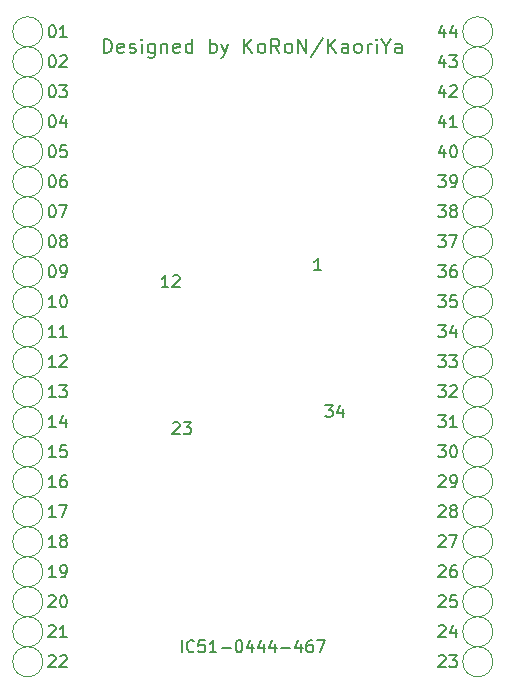
<source format=gbr>
%TF.GenerationSoftware,KiCad,Pcbnew,(5.1.9)-1*%
%TF.CreationDate,2021-03-20T14:40:21+09:00*%
%TF.ProjectId,converter_IC51-0444-467,636f6e76-6572-4746-9572-5f494335312d,1*%
%TF.SameCoordinates,Original*%
%TF.FileFunction,Legend,Top*%
%TF.FilePolarity,Positive*%
%FSLAX46Y46*%
G04 Gerber Fmt 4.6, Leading zero omitted, Abs format (unit mm)*
G04 Created by KiCad (PCBNEW (5.1.9)-1) date 2021-03-20 14:40:21*
%MOMM*%
%LPD*%
G01*
G04 APERTURE LIST*
%ADD10C,0.150000*%
%ADD11C,0.180000*%
%ADD12C,0.120000*%
G04 APERTURE END LIST*
D10*
X143976190Y-125852380D02*
X143976190Y-124852380D01*
X145023809Y-125757142D02*
X144976190Y-125804761D01*
X144833333Y-125852380D01*
X144738095Y-125852380D01*
X144595238Y-125804761D01*
X144500000Y-125709523D01*
X144452380Y-125614285D01*
X144404761Y-125423809D01*
X144404761Y-125280952D01*
X144452380Y-125090476D01*
X144500000Y-124995238D01*
X144595238Y-124900000D01*
X144738095Y-124852380D01*
X144833333Y-124852380D01*
X144976190Y-124900000D01*
X145023809Y-124947619D01*
X145928571Y-124852380D02*
X145452380Y-124852380D01*
X145404761Y-125328571D01*
X145452380Y-125280952D01*
X145547619Y-125233333D01*
X145785714Y-125233333D01*
X145880952Y-125280952D01*
X145928571Y-125328571D01*
X145976190Y-125423809D01*
X145976190Y-125661904D01*
X145928571Y-125757142D01*
X145880952Y-125804761D01*
X145785714Y-125852380D01*
X145547619Y-125852380D01*
X145452380Y-125804761D01*
X145404761Y-125757142D01*
X146928571Y-125852380D02*
X146357142Y-125852380D01*
X146642857Y-125852380D02*
X146642857Y-124852380D01*
X146547619Y-124995238D01*
X146452380Y-125090476D01*
X146357142Y-125138095D01*
X147357142Y-125471428D02*
X148119047Y-125471428D01*
X148785714Y-124852380D02*
X148880952Y-124852380D01*
X148976190Y-124900000D01*
X149023809Y-124947619D01*
X149071428Y-125042857D01*
X149119047Y-125233333D01*
X149119047Y-125471428D01*
X149071428Y-125661904D01*
X149023809Y-125757142D01*
X148976190Y-125804761D01*
X148880952Y-125852380D01*
X148785714Y-125852380D01*
X148690476Y-125804761D01*
X148642857Y-125757142D01*
X148595238Y-125661904D01*
X148547619Y-125471428D01*
X148547619Y-125233333D01*
X148595238Y-125042857D01*
X148642857Y-124947619D01*
X148690476Y-124900000D01*
X148785714Y-124852380D01*
X149976190Y-125185714D02*
X149976190Y-125852380D01*
X149738095Y-124804761D02*
X149500000Y-125519047D01*
X150119047Y-125519047D01*
X150928571Y-125185714D02*
X150928571Y-125852380D01*
X150690476Y-124804761D02*
X150452380Y-125519047D01*
X151071428Y-125519047D01*
X151880952Y-125185714D02*
X151880952Y-125852380D01*
X151642857Y-124804761D02*
X151404761Y-125519047D01*
X152023809Y-125519047D01*
X152404761Y-125471428D02*
X153166666Y-125471428D01*
X154071428Y-125185714D02*
X154071428Y-125852380D01*
X153833333Y-124804761D02*
X153595238Y-125519047D01*
X154214285Y-125519047D01*
X155023809Y-124852380D02*
X154833333Y-124852380D01*
X154738095Y-124900000D01*
X154690476Y-124947619D01*
X154595238Y-125090476D01*
X154547619Y-125280952D01*
X154547619Y-125661904D01*
X154595238Y-125757142D01*
X154642857Y-125804761D01*
X154738095Y-125852380D01*
X154928571Y-125852380D01*
X155023809Y-125804761D01*
X155071428Y-125757142D01*
X155119047Y-125661904D01*
X155119047Y-125423809D01*
X155071428Y-125328571D01*
X155023809Y-125280952D01*
X154928571Y-125233333D01*
X154738095Y-125233333D01*
X154642857Y-125280952D01*
X154595238Y-125328571D01*
X154547619Y-125423809D01*
X155452380Y-124852380D02*
X156119047Y-124852380D01*
X155690476Y-125852380D01*
D11*
X137400000Y-75142857D02*
X137400000Y-73942857D01*
X137685714Y-73942857D01*
X137857142Y-74000000D01*
X137971428Y-74114285D01*
X138028571Y-74228571D01*
X138085714Y-74457142D01*
X138085714Y-74628571D01*
X138028571Y-74857142D01*
X137971428Y-74971428D01*
X137857142Y-75085714D01*
X137685714Y-75142857D01*
X137400000Y-75142857D01*
X139057142Y-75085714D02*
X138942857Y-75142857D01*
X138714285Y-75142857D01*
X138600000Y-75085714D01*
X138542857Y-74971428D01*
X138542857Y-74514285D01*
X138600000Y-74400000D01*
X138714285Y-74342857D01*
X138942857Y-74342857D01*
X139057142Y-74400000D01*
X139114285Y-74514285D01*
X139114285Y-74628571D01*
X138542857Y-74742857D01*
X139571428Y-75085714D02*
X139685714Y-75142857D01*
X139914285Y-75142857D01*
X140028571Y-75085714D01*
X140085714Y-74971428D01*
X140085714Y-74914285D01*
X140028571Y-74800000D01*
X139914285Y-74742857D01*
X139742857Y-74742857D01*
X139628571Y-74685714D01*
X139571428Y-74571428D01*
X139571428Y-74514285D01*
X139628571Y-74400000D01*
X139742857Y-74342857D01*
X139914285Y-74342857D01*
X140028571Y-74400000D01*
X140600000Y-75142857D02*
X140600000Y-74342857D01*
X140600000Y-73942857D02*
X140542857Y-74000000D01*
X140600000Y-74057142D01*
X140657142Y-74000000D01*
X140600000Y-73942857D01*
X140600000Y-74057142D01*
X141685714Y-74342857D02*
X141685714Y-75314285D01*
X141628571Y-75428571D01*
X141571428Y-75485714D01*
X141457142Y-75542857D01*
X141285714Y-75542857D01*
X141171428Y-75485714D01*
X141685714Y-75085714D02*
X141571428Y-75142857D01*
X141342857Y-75142857D01*
X141228571Y-75085714D01*
X141171428Y-75028571D01*
X141114285Y-74914285D01*
X141114285Y-74571428D01*
X141171428Y-74457142D01*
X141228571Y-74400000D01*
X141342857Y-74342857D01*
X141571428Y-74342857D01*
X141685714Y-74400000D01*
X142257142Y-74342857D02*
X142257142Y-75142857D01*
X142257142Y-74457142D02*
X142314285Y-74400000D01*
X142428571Y-74342857D01*
X142600000Y-74342857D01*
X142714285Y-74400000D01*
X142771428Y-74514285D01*
X142771428Y-75142857D01*
X143800000Y-75085714D02*
X143685714Y-75142857D01*
X143457142Y-75142857D01*
X143342857Y-75085714D01*
X143285714Y-74971428D01*
X143285714Y-74514285D01*
X143342857Y-74400000D01*
X143457142Y-74342857D01*
X143685714Y-74342857D01*
X143800000Y-74400000D01*
X143857142Y-74514285D01*
X143857142Y-74628571D01*
X143285714Y-74742857D01*
X144885714Y-75142857D02*
X144885714Y-73942857D01*
X144885714Y-75085714D02*
X144771428Y-75142857D01*
X144542857Y-75142857D01*
X144428571Y-75085714D01*
X144371428Y-75028571D01*
X144314285Y-74914285D01*
X144314285Y-74571428D01*
X144371428Y-74457142D01*
X144428571Y-74400000D01*
X144542857Y-74342857D01*
X144771428Y-74342857D01*
X144885714Y-74400000D01*
X146371428Y-75142857D02*
X146371428Y-73942857D01*
X146371428Y-74400000D02*
X146485714Y-74342857D01*
X146714285Y-74342857D01*
X146828571Y-74400000D01*
X146885714Y-74457142D01*
X146942857Y-74571428D01*
X146942857Y-74914285D01*
X146885714Y-75028571D01*
X146828571Y-75085714D01*
X146714285Y-75142857D01*
X146485714Y-75142857D01*
X146371428Y-75085714D01*
X147342857Y-74342857D02*
X147628571Y-75142857D01*
X147914285Y-74342857D02*
X147628571Y-75142857D01*
X147514285Y-75428571D01*
X147457142Y-75485714D01*
X147342857Y-75542857D01*
X149285714Y-75142857D02*
X149285714Y-73942857D01*
X149971428Y-75142857D02*
X149457142Y-74457142D01*
X149971428Y-73942857D02*
X149285714Y-74628571D01*
X150657142Y-75142857D02*
X150542857Y-75085714D01*
X150485714Y-75028571D01*
X150428571Y-74914285D01*
X150428571Y-74571428D01*
X150485714Y-74457142D01*
X150542857Y-74400000D01*
X150657142Y-74342857D01*
X150828571Y-74342857D01*
X150942857Y-74400000D01*
X151000000Y-74457142D01*
X151057142Y-74571428D01*
X151057142Y-74914285D01*
X151000000Y-75028571D01*
X150942857Y-75085714D01*
X150828571Y-75142857D01*
X150657142Y-75142857D01*
X152257142Y-75142857D02*
X151857142Y-74571428D01*
X151571428Y-75142857D02*
X151571428Y-73942857D01*
X152028571Y-73942857D01*
X152142857Y-74000000D01*
X152200000Y-74057142D01*
X152257142Y-74171428D01*
X152257142Y-74342857D01*
X152200000Y-74457142D01*
X152142857Y-74514285D01*
X152028571Y-74571428D01*
X151571428Y-74571428D01*
X152942857Y-75142857D02*
X152828571Y-75085714D01*
X152771428Y-75028571D01*
X152714285Y-74914285D01*
X152714285Y-74571428D01*
X152771428Y-74457142D01*
X152828571Y-74400000D01*
X152942857Y-74342857D01*
X153114285Y-74342857D01*
X153228571Y-74400000D01*
X153285714Y-74457142D01*
X153342857Y-74571428D01*
X153342857Y-74914285D01*
X153285714Y-75028571D01*
X153228571Y-75085714D01*
X153114285Y-75142857D01*
X152942857Y-75142857D01*
X153857142Y-75142857D02*
X153857142Y-73942857D01*
X154542857Y-75142857D01*
X154542857Y-73942857D01*
X155971428Y-73885714D02*
X154942857Y-75428571D01*
X156371428Y-75142857D02*
X156371428Y-73942857D01*
X157057142Y-75142857D02*
X156542857Y-74457142D01*
X157057142Y-73942857D02*
X156371428Y-74628571D01*
X158085714Y-75142857D02*
X158085714Y-74514285D01*
X158028571Y-74400000D01*
X157914285Y-74342857D01*
X157685714Y-74342857D01*
X157571428Y-74400000D01*
X158085714Y-75085714D02*
X157971428Y-75142857D01*
X157685714Y-75142857D01*
X157571428Y-75085714D01*
X157514285Y-74971428D01*
X157514285Y-74857142D01*
X157571428Y-74742857D01*
X157685714Y-74685714D01*
X157971428Y-74685714D01*
X158085714Y-74628571D01*
X158828571Y-75142857D02*
X158714285Y-75085714D01*
X158657142Y-75028571D01*
X158600000Y-74914285D01*
X158600000Y-74571428D01*
X158657142Y-74457142D01*
X158714285Y-74400000D01*
X158828571Y-74342857D01*
X159000000Y-74342857D01*
X159114285Y-74400000D01*
X159171428Y-74457142D01*
X159228571Y-74571428D01*
X159228571Y-74914285D01*
X159171428Y-75028571D01*
X159114285Y-75085714D01*
X159000000Y-75142857D01*
X158828571Y-75142857D01*
X159742857Y-75142857D02*
X159742857Y-74342857D01*
X159742857Y-74571428D02*
X159800000Y-74457142D01*
X159857142Y-74400000D01*
X159971428Y-74342857D01*
X160085714Y-74342857D01*
X160485714Y-75142857D02*
X160485714Y-74342857D01*
X160485714Y-73942857D02*
X160428571Y-74000000D01*
X160485714Y-74057142D01*
X160542857Y-74000000D01*
X160485714Y-73942857D01*
X160485714Y-74057142D01*
X161285714Y-74571428D02*
X161285714Y-75142857D01*
X160885714Y-73942857D02*
X161285714Y-74571428D01*
X161685714Y-73942857D01*
X162600000Y-75142857D02*
X162600000Y-74514285D01*
X162542857Y-74400000D01*
X162428571Y-74342857D01*
X162200000Y-74342857D01*
X162085714Y-74400000D01*
X162600000Y-75085714D02*
X162485714Y-75142857D01*
X162200000Y-75142857D01*
X162085714Y-75085714D01*
X162028571Y-74971428D01*
X162028571Y-74857142D01*
X162085714Y-74742857D01*
X162200000Y-74685714D01*
X162485714Y-74685714D01*
X162600000Y-74628571D01*
D12*
%TO.C,J3*%
X170320000Y-73330000D02*
G75*
G03*
X170320000Y-73330000I-1270000J0D01*
G01*
X170320000Y-75870000D02*
G75*
G03*
X170320000Y-75870000I-1270000J0D01*
G01*
X170320000Y-78410000D02*
G75*
G03*
X170320000Y-78410000I-1270000J0D01*
G01*
X170320000Y-80950000D02*
G75*
G03*
X170320000Y-80950000I-1270000J0D01*
G01*
X170320000Y-83490000D02*
G75*
G03*
X170320000Y-83490000I-1270000J0D01*
G01*
X170320000Y-86030000D02*
G75*
G03*
X170320000Y-86030000I-1270000J0D01*
G01*
X170320000Y-88570000D02*
G75*
G03*
X170320000Y-88570000I-1270000J0D01*
G01*
X170320000Y-91110000D02*
G75*
G03*
X170320000Y-91110000I-1270000J0D01*
G01*
X170320000Y-93650000D02*
G75*
G03*
X170320000Y-93650000I-1270000J0D01*
G01*
X170320000Y-96190000D02*
G75*
G03*
X170320000Y-96190000I-1270000J0D01*
G01*
X170320000Y-98730000D02*
G75*
G03*
X170320000Y-98730000I-1270000J0D01*
G01*
X170320000Y-101270000D02*
G75*
G03*
X170320000Y-101270000I-1270000J0D01*
G01*
X170320000Y-103810000D02*
G75*
G03*
X170320000Y-103810000I-1270000J0D01*
G01*
X170320000Y-106350000D02*
G75*
G03*
X170320000Y-106350000I-1270000J0D01*
G01*
X170320000Y-108890000D02*
G75*
G03*
X170320000Y-108890000I-1270000J0D01*
G01*
X170320000Y-111430000D02*
G75*
G03*
X170320000Y-111430000I-1270000J0D01*
G01*
X170320000Y-113970000D02*
G75*
G03*
X170320000Y-113970000I-1270000J0D01*
G01*
X170320000Y-116510000D02*
G75*
G03*
X170320000Y-116510000I-1270000J0D01*
G01*
X170320000Y-119050000D02*
G75*
G03*
X170320000Y-119050000I-1270000J0D01*
G01*
X170320000Y-121590000D02*
G75*
G03*
X170320000Y-121590000I-1270000J0D01*
G01*
X170320000Y-124130000D02*
G75*
G03*
X170320000Y-124130000I-1270000J0D01*
G01*
X170320000Y-126670000D02*
G75*
G03*
X170320000Y-126670000I-1270000J0D01*
G01*
%TO.C,J2*%
X132220000Y-126670000D02*
G75*
G03*
X132220000Y-126670000I-1270000J0D01*
G01*
X132220000Y-124130000D02*
G75*
G03*
X132220000Y-124130000I-1270000J0D01*
G01*
X132220000Y-121590000D02*
G75*
G03*
X132220000Y-121590000I-1270000J0D01*
G01*
X132220000Y-119050000D02*
G75*
G03*
X132220000Y-119050000I-1270000J0D01*
G01*
X132220000Y-116510000D02*
G75*
G03*
X132220000Y-116510000I-1270000J0D01*
G01*
X132220000Y-113970000D02*
G75*
G03*
X132220000Y-113970000I-1270000J0D01*
G01*
X132220000Y-111430000D02*
G75*
G03*
X132220000Y-111430000I-1270000J0D01*
G01*
X132220000Y-108890000D02*
G75*
G03*
X132220000Y-108890000I-1270000J0D01*
G01*
X132220000Y-106350000D02*
G75*
G03*
X132220000Y-106350000I-1270000J0D01*
G01*
X132220000Y-103810000D02*
G75*
G03*
X132220000Y-103810000I-1270000J0D01*
G01*
X132220000Y-101270000D02*
G75*
G03*
X132220000Y-101270000I-1270000J0D01*
G01*
X132220000Y-98730000D02*
G75*
G03*
X132220000Y-98730000I-1270000J0D01*
G01*
X132220000Y-96190000D02*
G75*
G03*
X132220000Y-96190000I-1270000J0D01*
G01*
X132220000Y-93650000D02*
G75*
G03*
X132220000Y-93650000I-1270000J0D01*
G01*
X132220000Y-91110000D02*
G75*
G03*
X132220000Y-91110000I-1270000J0D01*
G01*
X132220000Y-88570000D02*
G75*
G03*
X132220000Y-88570000I-1270000J0D01*
G01*
X132220000Y-86030000D02*
G75*
G03*
X132220000Y-86030000I-1270000J0D01*
G01*
X132220000Y-83490000D02*
G75*
G03*
X132220000Y-83490000I-1270000J0D01*
G01*
X132220000Y-80950000D02*
G75*
G03*
X132220000Y-80950000I-1270000J0D01*
G01*
X132220000Y-78410000D02*
G75*
G03*
X132220000Y-78410000I-1270000J0D01*
G01*
X132220000Y-75870000D02*
G75*
G03*
X132220000Y-75870000I-1270000J0D01*
G01*
X132220000Y-73330000D02*
G75*
G03*
X132220000Y-73330000I-1270000J0D01*
G01*
%TO.C,J1*%
D10*
X156140476Y-104952380D02*
X156759523Y-104952380D01*
X156426190Y-105333333D01*
X156569047Y-105333333D01*
X156664285Y-105380952D01*
X156711904Y-105428571D01*
X156759523Y-105523809D01*
X156759523Y-105761904D01*
X156711904Y-105857142D01*
X156664285Y-105904761D01*
X156569047Y-105952380D01*
X156283333Y-105952380D01*
X156188095Y-105904761D01*
X156140476Y-105857142D01*
X157616666Y-105285714D02*
X157616666Y-105952380D01*
X157378571Y-104904761D02*
X157140476Y-105619047D01*
X157759523Y-105619047D01*
X143238095Y-106497619D02*
X143285714Y-106450000D01*
X143380952Y-106402380D01*
X143619047Y-106402380D01*
X143714285Y-106450000D01*
X143761904Y-106497619D01*
X143809523Y-106592857D01*
X143809523Y-106688095D01*
X143761904Y-106830952D01*
X143190476Y-107402380D01*
X143809523Y-107402380D01*
X144142857Y-106402380D02*
X144761904Y-106402380D01*
X144428571Y-106783333D01*
X144571428Y-106783333D01*
X144666666Y-106830952D01*
X144714285Y-106878571D01*
X144761904Y-106973809D01*
X144761904Y-107211904D01*
X144714285Y-107307142D01*
X144666666Y-107354761D01*
X144571428Y-107402380D01*
X144285714Y-107402380D01*
X144190476Y-107354761D01*
X144142857Y-107307142D01*
X142859523Y-94952380D02*
X142288095Y-94952380D01*
X142573809Y-94952380D02*
X142573809Y-93952380D01*
X142478571Y-94095238D01*
X142383333Y-94190476D01*
X142288095Y-94238095D01*
X143240476Y-94047619D02*
X143288095Y-94000000D01*
X143383333Y-93952380D01*
X143621428Y-93952380D01*
X143716666Y-94000000D01*
X143764285Y-94047619D01*
X143811904Y-94142857D01*
X143811904Y-94238095D01*
X143764285Y-94380952D01*
X143192857Y-94952380D01*
X143811904Y-94952380D01*
X155785714Y-93502380D02*
X155214285Y-93502380D01*
X155500000Y-93502380D02*
X155500000Y-92502380D01*
X155404761Y-92645238D01*
X155309523Y-92740476D01*
X155214285Y-92788095D01*
%TO.C,J3*%
X165748095Y-126217619D02*
X165795714Y-126170000D01*
X165890952Y-126122380D01*
X166129047Y-126122380D01*
X166224285Y-126170000D01*
X166271904Y-126217619D01*
X166319523Y-126312857D01*
X166319523Y-126408095D01*
X166271904Y-126550952D01*
X165700476Y-127122380D01*
X166319523Y-127122380D01*
X166652857Y-126122380D02*
X167271904Y-126122380D01*
X166938571Y-126503333D01*
X167081428Y-126503333D01*
X167176666Y-126550952D01*
X167224285Y-126598571D01*
X167271904Y-126693809D01*
X167271904Y-126931904D01*
X167224285Y-127027142D01*
X167176666Y-127074761D01*
X167081428Y-127122380D01*
X166795714Y-127122380D01*
X166700476Y-127074761D01*
X166652857Y-127027142D01*
X165748095Y-123677619D02*
X165795714Y-123630000D01*
X165890952Y-123582380D01*
X166129047Y-123582380D01*
X166224285Y-123630000D01*
X166271904Y-123677619D01*
X166319523Y-123772857D01*
X166319523Y-123868095D01*
X166271904Y-124010952D01*
X165700476Y-124582380D01*
X166319523Y-124582380D01*
X167176666Y-123915714D02*
X167176666Y-124582380D01*
X166938571Y-123534761D02*
X166700476Y-124249047D01*
X167319523Y-124249047D01*
X165748095Y-121137619D02*
X165795714Y-121090000D01*
X165890952Y-121042380D01*
X166129047Y-121042380D01*
X166224285Y-121090000D01*
X166271904Y-121137619D01*
X166319523Y-121232857D01*
X166319523Y-121328095D01*
X166271904Y-121470952D01*
X165700476Y-122042380D01*
X166319523Y-122042380D01*
X167224285Y-121042380D02*
X166748095Y-121042380D01*
X166700476Y-121518571D01*
X166748095Y-121470952D01*
X166843333Y-121423333D01*
X167081428Y-121423333D01*
X167176666Y-121470952D01*
X167224285Y-121518571D01*
X167271904Y-121613809D01*
X167271904Y-121851904D01*
X167224285Y-121947142D01*
X167176666Y-121994761D01*
X167081428Y-122042380D01*
X166843333Y-122042380D01*
X166748095Y-121994761D01*
X166700476Y-121947142D01*
X165748095Y-118597619D02*
X165795714Y-118550000D01*
X165890952Y-118502380D01*
X166129047Y-118502380D01*
X166224285Y-118550000D01*
X166271904Y-118597619D01*
X166319523Y-118692857D01*
X166319523Y-118788095D01*
X166271904Y-118930952D01*
X165700476Y-119502380D01*
X166319523Y-119502380D01*
X167176666Y-118502380D02*
X166986190Y-118502380D01*
X166890952Y-118550000D01*
X166843333Y-118597619D01*
X166748095Y-118740476D01*
X166700476Y-118930952D01*
X166700476Y-119311904D01*
X166748095Y-119407142D01*
X166795714Y-119454761D01*
X166890952Y-119502380D01*
X167081428Y-119502380D01*
X167176666Y-119454761D01*
X167224285Y-119407142D01*
X167271904Y-119311904D01*
X167271904Y-119073809D01*
X167224285Y-118978571D01*
X167176666Y-118930952D01*
X167081428Y-118883333D01*
X166890952Y-118883333D01*
X166795714Y-118930952D01*
X166748095Y-118978571D01*
X166700476Y-119073809D01*
X165748095Y-116057619D02*
X165795714Y-116010000D01*
X165890952Y-115962380D01*
X166129047Y-115962380D01*
X166224285Y-116010000D01*
X166271904Y-116057619D01*
X166319523Y-116152857D01*
X166319523Y-116248095D01*
X166271904Y-116390952D01*
X165700476Y-116962380D01*
X166319523Y-116962380D01*
X166652857Y-115962380D02*
X167319523Y-115962380D01*
X166890952Y-116962380D01*
X165748095Y-113517619D02*
X165795714Y-113470000D01*
X165890952Y-113422380D01*
X166129047Y-113422380D01*
X166224285Y-113470000D01*
X166271904Y-113517619D01*
X166319523Y-113612857D01*
X166319523Y-113708095D01*
X166271904Y-113850952D01*
X165700476Y-114422380D01*
X166319523Y-114422380D01*
X166890952Y-113850952D02*
X166795714Y-113803333D01*
X166748095Y-113755714D01*
X166700476Y-113660476D01*
X166700476Y-113612857D01*
X166748095Y-113517619D01*
X166795714Y-113470000D01*
X166890952Y-113422380D01*
X167081428Y-113422380D01*
X167176666Y-113470000D01*
X167224285Y-113517619D01*
X167271904Y-113612857D01*
X167271904Y-113660476D01*
X167224285Y-113755714D01*
X167176666Y-113803333D01*
X167081428Y-113850952D01*
X166890952Y-113850952D01*
X166795714Y-113898571D01*
X166748095Y-113946190D01*
X166700476Y-114041428D01*
X166700476Y-114231904D01*
X166748095Y-114327142D01*
X166795714Y-114374761D01*
X166890952Y-114422380D01*
X167081428Y-114422380D01*
X167176666Y-114374761D01*
X167224285Y-114327142D01*
X167271904Y-114231904D01*
X167271904Y-114041428D01*
X167224285Y-113946190D01*
X167176666Y-113898571D01*
X167081428Y-113850952D01*
X165748095Y-110977619D02*
X165795714Y-110930000D01*
X165890952Y-110882380D01*
X166129047Y-110882380D01*
X166224285Y-110930000D01*
X166271904Y-110977619D01*
X166319523Y-111072857D01*
X166319523Y-111168095D01*
X166271904Y-111310952D01*
X165700476Y-111882380D01*
X166319523Y-111882380D01*
X166795714Y-111882380D02*
X166986190Y-111882380D01*
X167081428Y-111834761D01*
X167129047Y-111787142D01*
X167224285Y-111644285D01*
X167271904Y-111453809D01*
X167271904Y-111072857D01*
X167224285Y-110977619D01*
X167176666Y-110930000D01*
X167081428Y-110882380D01*
X166890952Y-110882380D01*
X166795714Y-110930000D01*
X166748095Y-110977619D01*
X166700476Y-111072857D01*
X166700476Y-111310952D01*
X166748095Y-111406190D01*
X166795714Y-111453809D01*
X166890952Y-111501428D01*
X167081428Y-111501428D01*
X167176666Y-111453809D01*
X167224285Y-111406190D01*
X167271904Y-111310952D01*
X165700476Y-108342380D02*
X166319523Y-108342380D01*
X165986190Y-108723333D01*
X166129047Y-108723333D01*
X166224285Y-108770952D01*
X166271904Y-108818571D01*
X166319523Y-108913809D01*
X166319523Y-109151904D01*
X166271904Y-109247142D01*
X166224285Y-109294761D01*
X166129047Y-109342380D01*
X165843333Y-109342380D01*
X165748095Y-109294761D01*
X165700476Y-109247142D01*
X166938571Y-108342380D02*
X167033809Y-108342380D01*
X167129047Y-108390000D01*
X167176666Y-108437619D01*
X167224285Y-108532857D01*
X167271904Y-108723333D01*
X167271904Y-108961428D01*
X167224285Y-109151904D01*
X167176666Y-109247142D01*
X167129047Y-109294761D01*
X167033809Y-109342380D01*
X166938571Y-109342380D01*
X166843333Y-109294761D01*
X166795714Y-109247142D01*
X166748095Y-109151904D01*
X166700476Y-108961428D01*
X166700476Y-108723333D01*
X166748095Y-108532857D01*
X166795714Y-108437619D01*
X166843333Y-108390000D01*
X166938571Y-108342380D01*
X165700476Y-105802380D02*
X166319523Y-105802380D01*
X165986190Y-106183333D01*
X166129047Y-106183333D01*
X166224285Y-106230952D01*
X166271904Y-106278571D01*
X166319523Y-106373809D01*
X166319523Y-106611904D01*
X166271904Y-106707142D01*
X166224285Y-106754761D01*
X166129047Y-106802380D01*
X165843333Y-106802380D01*
X165748095Y-106754761D01*
X165700476Y-106707142D01*
X167271904Y-106802380D02*
X166700476Y-106802380D01*
X166986190Y-106802380D02*
X166986190Y-105802380D01*
X166890952Y-105945238D01*
X166795714Y-106040476D01*
X166700476Y-106088095D01*
X165700476Y-103262380D02*
X166319523Y-103262380D01*
X165986190Y-103643333D01*
X166129047Y-103643333D01*
X166224285Y-103690952D01*
X166271904Y-103738571D01*
X166319523Y-103833809D01*
X166319523Y-104071904D01*
X166271904Y-104167142D01*
X166224285Y-104214761D01*
X166129047Y-104262380D01*
X165843333Y-104262380D01*
X165748095Y-104214761D01*
X165700476Y-104167142D01*
X166700476Y-103357619D02*
X166748095Y-103310000D01*
X166843333Y-103262380D01*
X167081428Y-103262380D01*
X167176666Y-103310000D01*
X167224285Y-103357619D01*
X167271904Y-103452857D01*
X167271904Y-103548095D01*
X167224285Y-103690952D01*
X166652857Y-104262380D01*
X167271904Y-104262380D01*
X165700476Y-100722380D02*
X166319523Y-100722380D01*
X165986190Y-101103333D01*
X166129047Y-101103333D01*
X166224285Y-101150952D01*
X166271904Y-101198571D01*
X166319523Y-101293809D01*
X166319523Y-101531904D01*
X166271904Y-101627142D01*
X166224285Y-101674761D01*
X166129047Y-101722380D01*
X165843333Y-101722380D01*
X165748095Y-101674761D01*
X165700476Y-101627142D01*
X166652857Y-100722380D02*
X167271904Y-100722380D01*
X166938571Y-101103333D01*
X167081428Y-101103333D01*
X167176666Y-101150952D01*
X167224285Y-101198571D01*
X167271904Y-101293809D01*
X167271904Y-101531904D01*
X167224285Y-101627142D01*
X167176666Y-101674761D01*
X167081428Y-101722380D01*
X166795714Y-101722380D01*
X166700476Y-101674761D01*
X166652857Y-101627142D01*
X165700476Y-98182380D02*
X166319523Y-98182380D01*
X165986190Y-98563333D01*
X166129047Y-98563333D01*
X166224285Y-98610952D01*
X166271904Y-98658571D01*
X166319523Y-98753809D01*
X166319523Y-98991904D01*
X166271904Y-99087142D01*
X166224285Y-99134761D01*
X166129047Y-99182380D01*
X165843333Y-99182380D01*
X165748095Y-99134761D01*
X165700476Y-99087142D01*
X167176666Y-98515714D02*
X167176666Y-99182380D01*
X166938571Y-98134761D02*
X166700476Y-98849047D01*
X167319523Y-98849047D01*
X165700476Y-95642380D02*
X166319523Y-95642380D01*
X165986190Y-96023333D01*
X166129047Y-96023333D01*
X166224285Y-96070952D01*
X166271904Y-96118571D01*
X166319523Y-96213809D01*
X166319523Y-96451904D01*
X166271904Y-96547142D01*
X166224285Y-96594761D01*
X166129047Y-96642380D01*
X165843333Y-96642380D01*
X165748095Y-96594761D01*
X165700476Y-96547142D01*
X167224285Y-95642380D02*
X166748095Y-95642380D01*
X166700476Y-96118571D01*
X166748095Y-96070952D01*
X166843333Y-96023333D01*
X167081428Y-96023333D01*
X167176666Y-96070952D01*
X167224285Y-96118571D01*
X167271904Y-96213809D01*
X167271904Y-96451904D01*
X167224285Y-96547142D01*
X167176666Y-96594761D01*
X167081428Y-96642380D01*
X166843333Y-96642380D01*
X166748095Y-96594761D01*
X166700476Y-96547142D01*
X165700476Y-93102380D02*
X166319523Y-93102380D01*
X165986190Y-93483333D01*
X166129047Y-93483333D01*
X166224285Y-93530952D01*
X166271904Y-93578571D01*
X166319523Y-93673809D01*
X166319523Y-93911904D01*
X166271904Y-94007142D01*
X166224285Y-94054761D01*
X166129047Y-94102380D01*
X165843333Y-94102380D01*
X165748095Y-94054761D01*
X165700476Y-94007142D01*
X167176666Y-93102380D02*
X166986190Y-93102380D01*
X166890952Y-93150000D01*
X166843333Y-93197619D01*
X166748095Y-93340476D01*
X166700476Y-93530952D01*
X166700476Y-93911904D01*
X166748095Y-94007142D01*
X166795714Y-94054761D01*
X166890952Y-94102380D01*
X167081428Y-94102380D01*
X167176666Y-94054761D01*
X167224285Y-94007142D01*
X167271904Y-93911904D01*
X167271904Y-93673809D01*
X167224285Y-93578571D01*
X167176666Y-93530952D01*
X167081428Y-93483333D01*
X166890952Y-93483333D01*
X166795714Y-93530952D01*
X166748095Y-93578571D01*
X166700476Y-93673809D01*
X165700476Y-90562380D02*
X166319523Y-90562380D01*
X165986190Y-90943333D01*
X166129047Y-90943333D01*
X166224285Y-90990952D01*
X166271904Y-91038571D01*
X166319523Y-91133809D01*
X166319523Y-91371904D01*
X166271904Y-91467142D01*
X166224285Y-91514761D01*
X166129047Y-91562380D01*
X165843333Y-91562380D01*
X165748095Y-91514761D01*
X165700476Y-91467142D01*
X166652857Y-90562380D02*
X167319523Y-90562380D01*
X166890952Y-91562380D01*
X165700476Y-88022380D02*
X166319523Y-88022380D01*
X165986190Y-88403333D01*
X166129047Y-88403333D01*
X166224285Y-88450952D01*
X166271904Y-88498571D01*
X166319523Y-88593809D01*
X166319523Y-88831904D01*
X166271904Y-88927142D01*
X166224285Y-88974761D01*
X166129047Y-89022380D01*
X165843333Y-89022380D01*
X165748095Y-88974761D01*
X165700476Y-88927142D01*
X166890952Y-88450952D02*
X166795714Y-88403333D01*
X166748095Y-88355714D01*
X166700476Y-88260476D01*
X166700476Y-88212857D01*
X166748095Y-88117619D01*
X166795714Y-88070000D01*
X166890952Y-88022380D01*
X167081428Y-88022380D01*
X167176666Y-88070000D01*
X167224285Y-88117619D01*
X167271904Y-88212857D01*
X167271904Y-88260476D01*
X167224285Y-88355714D01*
X167176666Y-88403333D01*
X167081428Y-88450952D01*
X166890952Y-88450952D01*
X166795714Y-88498571D01*
X166748095Y-88546190D01*
X166700476Y-88641428D01*
X166700476Y-88831904D01*
X166748095Y-88927142D01*
X166795714Y-88974761D01*
X166890952Y-89022380D01*
X167081428Y-89022380D01*
X167176666Y-88974761D01*
X167224285Y-88927142D01*
X167271904Y-88831904D01*
X167271904Y-88641428D01*
X167224285Y-88546190D01*
X167176666Y-88498571D01*
X167081428Y-88450952D01*
X165700476Y-85482380D02*
X166319523Y-85482380D01*
X165986190Y-85863333D01*
X166129047Y-85863333D01*
X166224285Y-85910952D01*
X166271904Y-85958571D01*
X166319523Y-86053809D01*
X166319523Y-86291904D01*
X166271904Y-86387142D01*
X166224285Y-86434761D01*
X166129047Y-86482380D01*
X165843333Y-86482380D01*
X165748095Y-86434761D01*
X165700476Y-86387142D01*
X166795714Y-86482380D02*
X166986190Y-86482380D01*
X167081428Y-86434761D01*
X167129047Y-86387142D01*
X167224285Y-86244285D01*
X167271904Y-86053809D01*
X167271904Y-85672857D01*
X167224285Y-85577619D01*
X167176666Y-85530000D01*
X167081428Y-85482380D01*
X166890952Y-85482380D01*
X166795714Y-85530000D01*
X166748095Y-85577619D01*
X166700476Y-85672857D01*
X166700476Y-85910952D01*
X166748095Y-86006190D01*
X166795714Y-86053809D01*
X166890952Y-86101428D01*
X167081428Y-86101428D01*
X167176666Y-86053809D01*
X167224285Y-86006190D01*
X167271904Y-85910952D01*
X166224285Y-83275714D02*
X166224285Y-83942380D01*
X165986190Y-82894761D02*
X165748095Y-83609047D01*
X166367142Y-83609047D01*
X166938571Y-82942380D02*
X167033809Y-82942380D01*
X167129047Y-82990000D01*
X167176666Y-83037619D01*
X167224285Y-83132857D01*
X167271904Y-83323333D01*
X167271904Y-83561428D01*
X167224285Y-83751904D01*
X167176666Y-83847142D01*
X167129047Y-83894761D01*
X167033809Y-83942380D01*
X166938571Y-83942380D01*
X166843333Y-83894761D01*
X166795714Y-83847142D01*
X166748095Y-83751904D01*
X166700476Y-83561428D01*
X166700476Y-83323333D01*
X166748095Y-83132857D01*
X166795714Y-83037619D01*
X166843333Y-82990000D01*
X166938571Y-82942380D01*
X166224285Y-80735714D02*
X166224285Y-81402380D01*
X165986190Y-80354761D02*
X165748095Y-81069047D01*
X166367142Y-81069047D01*
X167271904Y-81402380D02*
X166700476Y-81402380D01*
X166986190Y-81402380D02*
X166986190Y-80402380D01*
X166890952Y-80545238D01*
X166795714Y-80640476D01*
X166700476Y-80688095D01*
X166224285Y-78195714D02*
X166224285Y-78862380D01*
X165986190Y-77814761D02*
X165748095Y-78529047D01*
X166367142Y-78529047D01*
X166700476Y-77957619D02*
X166748095Y-77910000D01*
X166843333Y-77862380D01*
X167081428Y-77862380D01*
X167176666Y-77910000D01*
X167224285Y-77957619D01*
X167271904Y-78052857D01*
X167271904Y-78148095D01*
X167224285Y-78290952D01*
X166652857Y-78862380D01*
X167271904Y-78862380D01*
X166224285Y-75655714D02*
X166224285Y-76322380D01*
X165986190Y-75274761D02*
X165748095Y-75989047D01*
X166367142Y-75989047D01*
X166652857Y-75322380D02*
X167271904Y-75322380D01*
X166938571Y-75703333D01*
X167081428Y-75703333D01*
X167176666Y-75750952D01*
X167224285Y-75798571D01*
X167271904Y-75893809D01*
X167271904Y-76131904D01*
X167224285Y-76227142D01*
X167176666Y-76274761D01*
X167081428Y-76322380D01*
X166795714Y-76322380D01*
X166700476Y-76274761D01*
X166652857Y-76227142D01*
X166224285Y-73115714D02*
X166224285Y-73782380D01*
X165986190Y-72734761D02*
X165748095Y-73449047D01*
X166367142Y-73449047D01*
X167176666Y-73115714D02*
X167176666Y-73782380D01*
X166938571Y-72734761D02*
X166700476Y-73449047D01*
X167319523Y-73449047D01*
%TO.C,J2*%
X132728095Y-121137619D02*
X132775714Y-121090000D01*
X132870952Y-121042380D01*
X133109047Y-121042380D01*
X133204285Y-121090000D01*
X133251904Y-121137619D01*
X133299523Y-121232857D01*
X133299523Y-121328095D01*
X133251904Y-121470952D01*
X132680476Y-122042380D01*
X133299523Y-122042380D01*
X133918571Y-121042380D02*
X134013809Y-121042380D01*
X134109047Y-121090000D01*
X134156666Y-121137619D01*
X134204285Y-121232857D01*
X134251904Y-121423333D01*
X134251904Y-121661428D01*
X134204285Y-121851904D01*
X134156666Y-121947142D01*
X134109047Y-121994761D01*
X134013809Y-122042380D01*
X133918571Y-122042380D01*
X133823333Y-121994761D01*
X133775714Y-121947142D01*
X133728095Y-121851904D01*
X133680476Y-121661428D01*
X133680476Y-121423333D01*
X133728095Y-121232857D01*
X133775714Y-121137619D01*
X133823333Y-121090000D01*
X133918571Y-121042380D01*
X132728095Y-126217619D02*
X132775714Y-126170000D01*
X132870952Y-126122380D01*
X133109047Y-126122380D01*
X133204285Y-126170000D01*
X133251904Y-126217619D01*
X133299523Y-126312857D01*
X133299523Y-126408095D01*
X133251904Y-126550952D01*
X132680476Y-127122380D01*
X133299523Y-127122380D01*
X133680476Y-126217619D02*
X133728095Y-126170000D01*
X133823333Y-126122380D01*
X134061428Y-126122380D01*
X134156666Y-126170000D01*
X134204285Y-126217619D01*
X134251904Y-126312857D01*
X134251904Y-126408095D01*
X134204285Y-126550952D01*
X133632857Y-127122380D01*
X134251904Y-127122380D01*
X132728095Y-123677619D02*
X132775714Y-123630000D01*
X132870952Y-123582380D01*
X133109047Y-123582380D01*
X133204285Y-123630000D01*
X133251904Y-123677619D01*
X133299523Y-123772857D01*
X133299523Y-123868095D01*
X133251904Y-124010952D01*
X132680476Y-124582380D01*
X133299523Y-124582380D01*
X134251904Y-124582380D02*
X133680476Y-124582380D01*
X133966190Y-124582380D02*
X133966190Y-123582380D01*
X133870952Y-123725238D01*
X133775714Y-123820476D01*
X133680476Y-123868095D01*
X133299523Y-119502380D02*
X132728095Y-119502380D01*
X133013809Y-119502380D02*
X133013809Y-118502380D01*
X132918571Y-118645238D01*
X132823333Y-118740476D01*
X132728095Y-118788095D01*
X133775714Y-119502380D02*
X133966190Y-119502380D01*
X134061428Y-119454761D01*
X134109047Y-119407142D01*
X134204285Y-119264285D01*
X134251904Y-119073809D01*
X134251904Y-118692857D01*
X134204285Y-118597619D01*
X134156666Y-118550000D01*
X134061428Y-118502380D01*
X133870952Y-118502380D01*
X133775714Y-118550000D01*
X133728095Y-118597619D01*
X133680476Y-118692857D01*
X133680476Y-118930952D01*
X133728095Y-119026190D01*
X133775714Y-119073809D01*
X133870952Y-119121428D01*
X134061428Y-119121428D01*
X134156666Y-119073809D01*
X134204285Y-119026190D01*
X134251904Y-118930952D01*
X133299523Y-116962380D02*
X132728095Y-116962380D01*
X133013809Y-116962380D02*
X133013809Y-115962380D01*
X132918571Y-116105238D01*
X132823333Y-116200476D01*
X132728095Y-116248095D01*
X133870952Y-116390952D02*
X133775714Y-116343333D01*
X133728095Y-116295714D01*
X133680476Y-116200476D01*
X133680476Y-116152857D01*
X133728095Y-116057619D01*
X133775714Y-116010000D01*
X133870952Y-115962380D01*
X134061428Y-115962380D01*
X134156666Y-116010000D01*
X134204285Y-116057619D01*
X134251904Y-116152857D01*
X134251904Y-116200476D01*
X134204285Y-116295714D01*
X134156666Y-116343333D01*
X134061428Y-116390952D01*
X133870952Y-116390952D01*
X133775714Y-116438571D01*
X133728095Y-116486190D01*
X133680476Y-116581428D01*
X133680476Y-116771904D01*
X133728095Y-116867142D01*
X133775714Y-116914761D01*
X133870952Y-116962380D01*
X134061428Y-116962380D01*
X134156666Y-116914761D01*
X134204285Y-116867142D01*
X134251904Y-116771904D01*
X134251904Y-116581428D01*
X134204285Y-116486190D01*
X134156666Y-116438571D01*
X134061428Y-116390952D01*
X133299523Y-114422380D02*
X132728095Y-114422380D01*
X133013809Y-114422380D02*
X133013809Y-113422380D01*
X132918571Y-113565238D01*
X132823333Y-113660476D01*
X132728095Y-113708095D01*
X133632857Y-113422380D02*
X134299523Y-113422380D01*
X133870952Y-114422380D01*
X133299523Y-111882380D02*
X132728095Y-111882380D01*
X133013809Y-111882380D02*
X133013809Y-110882380D01*
X132918571Y-111025238D01*
X132823333Y-111120476D01*
X132728095Y-111168095D01*
X134156666Y-110882380D02*
X133966190Y-110882380D01*
X133870952Y-110930000D01*
X133823333Y-110977619D01*
X133728095Y-111120476D01*
X133680476Y-111310952D01*
X133680476Y-111691904D01*
X133728095Y-111787142D01*
X133775714Y-111834761D01*
X133870952Y-111882380D01*
X134061428Y-111882380D01*
X134156666Y-111834761D01*
X134204285Y-111787142D01*
X134251904Y-111691904D01*
X134251904Y-111453809D01*
X134204285Y-111358571D01*
X134156666Y-111310952D01*
X134061428Y-111263333D01*
X133870952Y-111263333D01*
X133775714Y-111310952D01*
X133728095Y-111358571D01*
X133680476Y-111453809D01*
X133299523Y-109342380D02*
X132728095Y-109342380D01*
X133013809Y-109342380D02*
X133013809Y-108342380D01*
X132918571Y-108485238D01*
X132823333Y-108580476D01*
X132728095Y-108628095D01*
X134204285Y-108342380D02*
X133728095Y-108342380D01*
X133680476Y-108818571D01*
X133728095Y-108770952D01*
X133823333Y-108723333D01*
X134061428Y-108723333D01*
X134156666Y-108770952D01*
X134204285Y-108818571D01*
X134251904Y-108913809D01*
X134251904Y-109151904D01*
X134204285Y-109247142D01*
X134156666Y-109294761D01*
X134061428Y-109342380D01*
X133823333Y-109342380D01*
X133728095Y-109294761D01*
X133680476Y-109247142D01*
X133299523Y-106802380D02*
X132728095Y-106802380D01*
X133013809Y-106802380D02*
X133013809Y-105802380D01*
X132918571Y-105945238D01*
X132823333Y-106040476D01*
X132728095Y-106088095D01*
X134156666Y-106135714D02*
X134156666Y-106802380D01*
X133918571Y-105754761D02*
X133680476Y-106469047D01*
X134299523Y-106469047D01*
X133299523Y-104262380D02*
X132728095Y-104262380D01*
X133013809Y-104262380D02*
X133013809Y-103262380D01*
X132918571Y-103405238D01*
X132823333Y-103500476D01*
X132728095Y-103548095D01*
X133632857Y-103262380D02*
X134251904Y-103262380D01*
X133918571Y-103643333D01*
X134061428Y-103643333D01*
X134156666Y-103690952D01*
X134204285Y-103738571D01*
X134251904Y-103833809D01*
X134251904Y-104071904D01*
X134204285Y-104167142D01*
X134156666Y-104214761D01*
X134061428Y-104262380D01*
X133775714Y-104262380D01*
X133680476Y-104214761D01*
X133632857Y-104167142D01*
X133299523Y-101722380D02*
X132728095Y-101722380D01*
X133013809Y-101722380D02*
X133013809Y-100722380D01*
X132918571Y-100865238D01*
X132823333Y-100960476D01*
X132728095Y-101008095D01*
X133680476Y-100817619D02*
X133728095Y-100770000D01*
X133823333Y-100722380D01*
X134061428Y-100722380D01*
X134156666Y-100770000D01*
X134204285Y-100817619D01*
X134251904Y-100912857D01*
X134251904Y-101008095D01*
X134204285Y-101150952D01*
X133632857Y-101722380D01*
X134251904Y-101722380D01*
X133299523Y-99182380D02*
X132728095Y-99182380D01*
X133013809Y-99182380D02*
X133013809Y-98182380D01*
X132918571Y-98325238D01*
X132823333Y-98420476D01*
X132728095Y-98468095D01*
X134251904Y-99182380D02*
X133680476Y-99182380D01*
X133966190Y-99182380D02*
X133966190Y-98182380D01*
X133870952Y-98325238D01*
X133775714Y-98420476D01*
X133680476Y-98468095D01*
X133299523Y-96642380D02*
X132728095Y-96642380D01*
X133013809Y-96642380D02*
X133013809Y-95642380D01*
X132918571Y-95785238D01*
X132823333Y-95880476D01*
X132728095Y-95928095D01*
X133918571Y-95642380D02*
X134013809Y-95642380D01*
X134109047Y-95690000D01*
X134156666Y-95737619D01*
X134204285Y-95832857D01*
X134251904Y-96023333D01*
X134251904Y-96261428D01*
X134204285Y-96451904D01*
X134156666Y-96547142D01*
X134109047Y-96594761D01*
X134013809Y-96642380D01*
X133918571Y-96642380D01*
X133823333Y-96594761D01*
X133775714Y-96547142D01*
X133728095Y-96451904D01*
X133680476Y-96261428D01*
X133680476Y-96023333D01*
X133728095Y-95832857D01*
X133775714Y-95737619D01*
X133823333Y-95690000D01*
X133918571Y-95642380D01*
X132966190Y-93102380D02*
X133061428Y-93102380D01*
X133156666Y-93150000D01*
X133204285Y-93197619D01*
X133251904Y-93292857D01*
X133299523Y-93483333D01*
X133299523Y-93721428D01*
X133251904Y-93911904D01*
X133204285Y-94007142D01*
X133156666Y-94054761D01*
X133061428Y-94102380D01*
X132966190Y-94102380D01*
X132870952Y-94054761D01*
X132823333Y-94007142D01*
X132775714Y-93911904D01*
X132728095Y-93721428D01*
X132728095Y-93483333D01*
X132775714Y-93292857D01*
X132823333Y-93197619D01*
X132870952Y-93150000D01*
X132966190Y-93102380D01*
X133775714Y-94102380D02*
X133966190Y-94102380D01*
X134061428Y-94054761D01*
X134109047Y-94007142D01*
X134204285Y-93864285D01*
X134251904Y-93673809D01*
X134251904Y-93292857D01*
X134204285Y-93197619D01*
X134156666Y-93150000D01*
X134061428Y-93102380D01*
X133870952Y-93102380D01*
X133775714Y-93150000D01*
X133728095Y-93197619D01*
X133680476Y-93292857D01*
X133680476Y-93530952D01*
X133728095Y-93626190D01*
X133775714Y-93673809D01*
X133870952Y-93721428D01*
X134061428Y-93721428D01*
X134156666Y-93673809D01*
X134204285Y-93626190D01*
X134251904Y-93530952D01*
X132966190Y-90562380D02*
X133061428Y-90562380D01*
X133156666Y-90610000D01*
X133204285Y-90657619D01*
X133251904Y-90752857D01*
X133299523Y-90943333D01*
X133299523Y-91181428D01*
X133251904Y-91371904D01*
X133204285Y-91467142D01*
X133156666Y-91514761D01*
X133061428Y-91562380D01*
X132966190Y-91562380D01*
X132870952Y-91514761D01*
X132823333Y-91467142D01*
X132775714Y-91371904D01*
X132728095Y-91181428D01*
X132728095Y-90943333D01*
X132775714Y-90752857D01*
X132823333Y-90657619D01*
X132870952Y-90610000D01*
X132966190Y-90562380D01*
X133870952Y-90990952D02*
X133775714Y-90943333D01*
X133728095Y-90895714D01*
X133680476Y-90800476D01*
X133680476Y-90752857D01*
X133728095Y-90657619D01*
X133775714Y-90610000D01*
X133870952Y-90562380D01*
X134061428Y-90562380D01*
X134156666Y-90610000D01*
X134204285Y-90657619D01*
X134251904Y-90752857D01*
X134251904Y-90800476D01*
X134204285Y-90895714D01*
X134156666Y-90943333D01*
X134061428Y-90990952D01*
X133870952Y-90990952D01*
X133775714Y-91038571D01*
X133728095Y-91086190D01*
X133680476Y-91181428D01*
X133680476Y-91371904D01*
X133728095Y-91467142D01*
X133775714Y-91514761D01*
X133870952Y-91562380D01*
X134061428Y-91562380D01*
X134156666Y-91514761D01*
X134204285Y-91467142D01*
X134251904Y-91371904D01*
X134251904Y-91181428D01*
X134204285Y-91086190D01*
X134156666Y-91038571D01*
X134061428Y-90990952D01*
X132966190Y-88022380D02*
X133061428Y-88022380D01*
X133156666Y-88070000D01*
X133204285Y-88117619D01*
X133251904Y-88212857D01*
X133299523Y-88403333D01*
X133299523Y-88641428D01*
X133251904Y-88831904D01*
X133204285Y-88927142D01*
X133156666Y-88974761D01*
X133061428Y-89022380D01*
X132966190Y-89022380D01*
X132870952Y-88974761D01*
X132823333Y-88927142D01*
X132775714Y-88831904D01*
X132728095Y-88641428D01*
X132728095Y-88403333D01*
X132775714Y-88212857D01*
X132823333Y-88117619D01*
X132870952Y-88070000D01*
X132966190Y-88022380D01*
X133632857Y-88022380D02*
X134299523Y-88022380D01*
X133870952Y-89022380D01*
X132966190Y-85482380D02*
X133061428Y-85482380D01*
X133156666Y-85530000D01*
X133204285Y-85577619D01*
X133251904Y-85672857D01*
X133299523Y-85863333D01*
X133299523Y-86101428D01*
X133251904Y-86291904D01*
X133204285Y-86387142D01*
X133156666Y-86434761D01*
X133061428Y-86482380D01*
X132966190Y-86482380D01*
X132870952Y-86434761D01*
X132823333Y-86387142D01*
X132775714Y-86291904D01*
X132728095Y-86101428D01*
X132728095Y-85863333D01*
X132775714Y-85672857D01*
X132823333Y-85577619D01*
X132870952Y-85530000D01*
X132966190Y-85482380D01*
X134156666Y-85482380D02*
X133966190Y-85482380D01*
X133870952Y-85530000D01*
X133823333Y-85577619D01*
X133728095Y-85720476D01*
X133680476Y-85910952D01*
X133680476Y-86291904D01*
X133728095Y-86387142D01*
X133775714Y-86434761D01*
X133870952Y-86482380D01*
X134061428Y-86482380D01*
X134156666Y-86434761D01*
X134204285Y-86387142D01*
X134251904Y-86291904D01*
X134251904Y-86053809D01*
X134204285Y-85958571D01*
X134156666Y-85910952D01*
X134061428Y-85863333D01*
X133870952Y-85863333D01*
X133775714Y-85910952D01*
X133728095Y-85958571D01*
X133680476Y-86053809D01*
X132966190Y-82942380D02*
X133061428Y-82942380D01*
X133156666Y-82990000D01*
X133204285Y-83037619D01*
X133251904Y-83132857D01*
X133299523Y-83323333D01*
X133299523Y-83561428D01*
X133251904Y-83751904D01*
X133204285Y-83847142D01*
X133156666Y-83894761D01*
X133061428Y-83942380D01*
X132966190Y-83942380D01*
X132870952Y-83894761D01*
X132823333Y-83847142D01*
X132775714Y-83751904D01*
X132728095Y-83561428D01*
X132728095Y-83323333D01*
X132775714Y-83132857D01*
X132823333Y-83037619D01*
X132870952Y-82990000D01*
X132966190Y-82942380D01*
X134204285Y-82942380D02*
X133728095Y-82942380D01*
X133680476Y-83418571D01*
X133728095Y-83370952D01*
X133823333Y-83323333D01*
X134061428Y-83323333D01*
X134156666Y-83370952D01*
X134204285Y-83418571D01*
X134251904Y-83513809D01*
X134251904Y-83751904D01*
X134204285Y-83847142D01*
X134156666Y-83894761D01*
X134061428Y-83942380D01*
X133823333Y-83942380D01*
X133728095Y-83894761D01*
X133680476Y-83847142D01*
X132966190Y-80402380D02*
X133061428Y-80402380D01*
X133156666Y-80450000D01*
X133204285Y-80497619D01*
X133251904Y-80592857D01*
X133299523Y-80783333D01*
X133299523Y-81021428D01*
X133251904Y-81211904D01*
X133204285Y-81307142D01*
X133156666Y-81354761D01*
X133061428Y-81402380D01*
X132966190Y-81402380D01*
X132870952Y-81354761D01*
X132823333Y-81307142D01*
X132775714Y-81211904D01*
X132728095Y-81021428D01*
X132728095Y-80783333D01*
X132775714Y-80592857D01*
X132823333Y-80497619D01*
X132870952Y-80450000D01*
X132966190Y-80402380D01*
X134156666Y-80735714D02*
X134156666Y-81402380D01*
X133918571Y-80354761D02*
X133680476Y-81069047D01*
X134299523Y-81069047D01*
X132966190Y-77862380D02*
X133061428Y-77862380D01*
X133156666Y-77910000D01*
X133204285Y-77957619D01*
X133251904Y-78052857D01*
X133299523Y-78243333D01*
X133299523Y-78481428D01*
X133251904Y-78671904D01*
X133204285Y-78767142D01*
X133156666Y-78814761D01*
X133061428Y-78862380D01*
X132966190Y-78862380D01*
X132870952Y-78814761D01*
X132823333Y-78767142D01*
X132775714Y-78671904D01*
X132728095Y-78481428D01*
X132728095Y-78243333D01*
X132775714Y-78052857D01*
X132823333Y-77957619D01*
X132870952Y-77910000D01*
X132966190Y-77862380D01*
X133632857Y-77862380D02*
X134251904Y-77862380D01*
X133918571Y-78243333D01*
X134061428Y-78243333D01*
X134156666Y-78290952D01*
X134204285Y-78338571D01*
X134251904Y-78433809D01*
X134251904Y-78671904D01*
X134204285Y-78767142D01*
X134156666Y-78814761D01*
X134061428Y-78862380D01*
X133775714Y-78862380D01*
X133680476Y-78814761D01*
X133632857Y-78767142D01*
X132966190Y-75322380D02*
X133061428Y-75322380D01*
X133156666Y-75370000D01*
X133204285Y-75417619D01*
X133251904Y-75512857D01*
X133299523Y-75703333D01*
X133299523Y-75941428D01*
X133251904Y-76131904D01*
X133204285Y-76227142D01*
X133156666Y-76274761D01*
X133061428Y-76322380D01*
X132966190Y-76322380D01*
X132870952Y-76274761D01*
X132823333Y-76227142D01*
X132775714Y-76131904D01*
X132728095Y-75941428D01*
X132728095Y-75703333D01*
X132775714Y-75512857D01*
X132823333Y-75417619D01*
X132870952Y-75370000D01*
X132966190Y-75322380D01*
X133680476Y-75417619D02*
X133728095Y-75370000D01*
X133823333Y-75322380D01*
X134061428Y-75322380D01*
X134156666Y-75370000D01*
X134204285Y-75417619D01*
X134251904Y-75512857D01*
X134251904Y-75608095D01*
X134204285Y-75750952D01*
X133632857Y-76322380D01*
X134251904Y-76322380D01*
X132966190Y-72782380D02*
X133061428Y-72782380D01*
X133156666Y-72830000D01*
X133204285Y-72877619D01*
X133251904Y-72972857D01*
X133299523Y-73163333D01*
X133299523Y-73401428D01*
X133251904Y-73591904D01*
X133204285Y-73687142D01*
X133156666Y-73734761D01*
X133061428Y-73782380D01*
X132966190Y-73782380D01*
X132870952Y-73734761D01*
X132823333Y-73687142D01*
X132775714Y-73591904D01*
X132728095Y-73401428D01*
X132728095Y-73163333D01*
X132775714Y-72972857D01*
X132823333Y-72877619D01*
X132870952Y-72830000D01*
X132966190Y-72782380D01*
X134251904Y-73782380D02*
X133680476Y-73782380D01*
X133966190Y-73782380D02*
X133966190Y-72782380D01*
X133870952Y-72925238D01*
X133775714Y-73020476D01*
X133680476Y-73068095D01*
%TD*%
M02*

</source>
